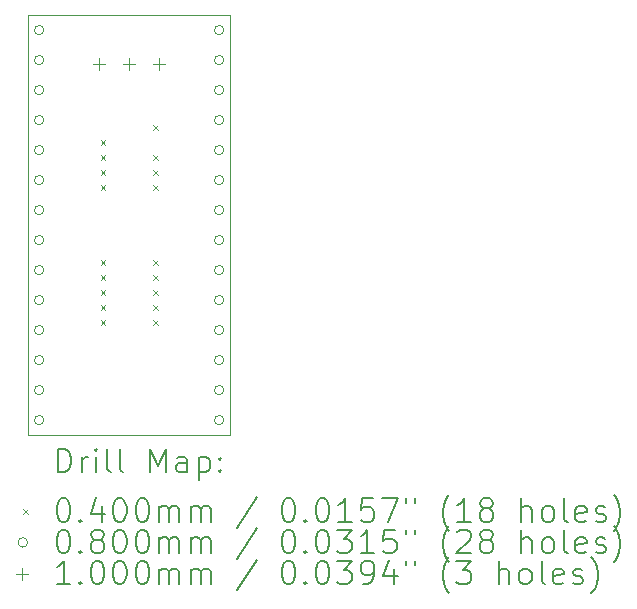
<source format=gbr>
%TF.GenerationSoftware,KiCad,Pcbnew,(6.0.11)*%
%TF.CreationDate,2024-01-03T21:36:32+00:00*%
%TF.ProjectId,BBCB-SWRAM-32,42424342-2d53-4575-9241-4d2d33322e6b,rev?*%
%TF.SameCoordinates,Original*%
%TF.FileFunction,Drillmap*%
%TF.FilePolarity,Positive*%
%FSLAX45Y45*%
G04 Gerber Fmt 4.5, Leading zero omitted, Abs format (unit mm)*
G04 Created by KiCad (PCBNEW (6.0.11)) date 2024-01-03 21:36:32*
%MOMM*%
%LPD*%
G01*
G04 APERTURE LIST*
%ADD10C,0.100000*%
%ADD11C,0.200000*%
%ADD12C,0.040000*%
%ADD13C,0.080000*%
G04 APERTURE END LIST*
D10*
X15158500Y-9156000D02*
X16868500Y-9156000D01*
X16868500Y-9156000D02*
X16868500Y-5599000D01*
X16868500Y-5599000D02*
X15158500Y-5599000D01*
X15158500Y-5599000D02*
X15158500Y-9156000D01*
D11*
D12*
X15772000Y-6659100D02*
X15812000Y-6699100D01*
X15812000Y-6659100D02*
X15772000Y-6699100D01*
X15772000Y-6786100D02*
X15812000Y-6826100D01*
X15812000Y-6786100D02*
X15772000Y-6826100D01*
X15772000Y-6913100D02*
X15812000Y-6953100D01*
X15812000Y-6913100D02*
X15772000Y-6953100D01*
X15772000Y-7040100D02*
X15812000Y-7080100D01*
X15812000Y-7040100D02*
X15772000Y-7080100D01*
X15772000Y-7675100D02*
X15812000Y-7715100D01*
X15812000Y-7675100D02*
X15772000Y-7715100D01*
X15772000Y-7802100D02*
X15812000Y-7842100D01*
X15812000Y-7802100D02*
X15772000Y-7842100D01*
X15772000Y-7929100D02*
X15812000Y-7969100D01*
X15812000Y-7929100D02*
X15772000Y-7969100D01*
X15772000Y-8056100D02*
X15812000Y-8096100D01*
X15812000Y-8056100D02*
X15772000Y-8096100D01*
X15772000Y-8183100D02*
X15812000Y-8223100D01*
X15812000Y-8183100D02*
X15772000Y-8223100D01*
X16216000Y-6532100D02*
X16256000Y-6572100D01*
X16256000Y-6532100D02*
X16216000Y-6572100D01*
X16216000Y-6786100D02*
X16256000Y-6826100D01*
X16256000Y-6786100D02*
X16216000Y-6826100D01*
X16216000Y-6913100D02*
X16256000Y-6953100D01*
X16256000Y-6913100D02*
X16216000Y-6953100D01*
X16216000Y-7040100D02*
X16256000Y-7080100D01*
X16256000Y-7040100D02*
X16216000Y-7080100D01*
X16216000Y-7675100D02*
X16256000Y-7715100D01*
X16256000Y-7675100D02*
X16216000Y-7715100D01*
X16216000Y-7802100D02*
X16256000Y-7842100D01*
X16256000Y-7802100D02*
X16216000Y-7842100D01*
X16216000Y-7929100D02*
X16256000Y-7969100D01*
X16256000Y-7929100D02*
X16216000Y-7969100D01*
X16216000Y-8056100D02*
X16256000Y-8096100D01*
X16256000Y-8056100D02*
X16216000Y-8096100D01*
X16216000Y-8183100D02*
X16256000Y-8223100D01*
X16256000Y-8183100D02*
X16216000Y-8223100D01*
D13*
X15291000Y-5727600D02*
G75*
G03*
X15291000Y-5727600I-40000J0D01*
G01*
X15291000Y-5981600D02*
G75*
G03*
X15291000Y-5981600I-40000J0D01*
G01*
X15291000Y-6235600D02*
G75*
G03*
X15291000Y-6235600I-40000J0D01*
G01*
X15291000Y-6489600D02*
G75*
G03*
X15291000Y-6489600I-40000J0D01*
G01*
X15291000Y-6743600D02*
G75*
G03*
X15291000Y-6743600I-40000J0D01*
G01*
X15291000Y-6997600D02*
G75*
G03*
X15291000Y-6997600I-40000J0D01*
G01*
X15291000Y-7251600D02*
G75*
G03*
X15291000Y-7251600I-40000J0D01*
G01*
X15291000Y-7505600D02*
G75*
G03*
X15291000Y-7505600I-40000J0D01*
G01*
X15291000Y-7759600D02*
G75*
G03*
X15291000Y-7759600I-40000J0D01*
G01*
X15291000Y-8013600D02*
G75*
G03*
X15291000Y-8013600I-40000J0D01*
G01*
X15291000Y-8267600D02*
G75*
G03*
X15291000Y-8267600I-40000J0D01*
G01*
X15291000Y-8521600D02*
G75*
G03*
X15291000Y-8521600I-40000J0D01*
G01*
X15291000Y-8775600D02*
G75*
G03*
X15291000Y-8775600I-40000J0D01*
G01*
X15291000Y-9029600D02*
G75*
G03*
X15291000Y-9029600I-40000J0D01*
G01*
X16815000Y-5727600D02*
G75*
G03*
X16815000Y-5727600I-40000J0D01*
G01*
X16815000Y-5981600D02*
G75*
G03*
X16815000Y-5981600I-40000J0D01*
G01*
X16815000Y-6235600D02*
G75*
G03*
X16815000Y-6235600I-40000J0D01*
G01*
X16815000Y-6489600D02*
G75*
G03*
X16815000Y-6489600I-40000J0D01*
G01*
X16815000Y-6743600D02*
G75*
G03*
X16815000Y-6743600I-40000J0D01*
G01*
X16815000Y-6997600D02*
G75*
G03*
X16815000Y-6997600I-40000J0D01*
G01*
X16815000Y-7251600D02*
G75*
G03*
X16815000Y-7251600I-40000J0D01*
G01*
X16815000Y-7505600D02*
G75*
G03*
X16815000Y-7505600I-40000J0D01*
G01*
X16815000Y-7759600D02*
G75*
G03*
X16815000Y-7759600I-40000J0D01*
G01*
X16815000Y-8013600D02*
G75*
G03*
X16815000Y-8013600I-40000J0D01*
G01*
X16815000Y-8267600D02*
G75*
G03*
X16815000Y-8267600I-40000J0D01*
G01*
X16815000Y-8521600D02*
G75*
G03*
X16815000Y-8521600I-40000J0D01*
G01*
X16815000Y-8775600D02*
G75*
G03*
X16815000Y-8775600I-40000J0D01*
G01*
X16815000Y-9029600D02*
G75*
G03*
X16815000Y-9029600I-40000J0D01*
G01*
D10*
X15761000Y-5961500D02*
X15761000Y-6061500D01*
X15711000Y-6011500D02*
X15811000Y-6011500D01*
X16015000Y-5961500D02*
X16015000Y-6061500D01*
X15965000Y-6011500D02*
X16065000Y-6011500D01*
X16269000Y-5961500D02*
X16269000Y-6061500D01*
X16219000Y-6011500D02*
X16319000Y-6011500D01*
D11*
X15411119Y-9471476D02*
X15411119Y-9271476D01*
X15458738Y-9271476D01*
X15487309Y-9281000D01*
X15506357Y-9300048D01*
X15515881Y-9319095D01*
X15525405Y-9357190D01*
X15525405Y-9385762D01*
X15515881Y-9423857D01*
X15506357Y-9442905D01*
X15487309Y-9461952D01*
X15458738Y-9471476D01*
X15411119Y-9471476D01*
X15611119Y-9471476D02*
X15611119Y-9338143D01*
X15611119Y-9376238D02*
X15620643Y-9357190D01*
X15630167Y-9347667D01*
X15649214Y-9338143D01*
X15668262Y-9338143D01*
X15734928Y-9471476D02*
X15734928Y-9338143D01*
X15734928Y-9271476D02*
X15725405Y-9281000D01*
X15734928Y-9290524D01*
X15744452Y-9281000D01*
X15734928Y-9271476D01*
X15734928Y-9290524D01*
X15858738Y-9471476D02*
X15839690Y-9461952D01*
X15830167Y-9442905D01*
X15830167Y-9271476D01*
X15963500Y-9471476D02*
X15944452Y-9461952D01*
X15934928Y-9442905D01*
X15934928Y-9271476D01*
X16192071Y-9471476D02*
X16192071Y-9271476D01*
X16258738Y-9414333D01*
X16325405Y-9271476D01*
X16325405Y-9471476D01*
X16506357Y-9471476D02*
X16506357Y-9366714D01*
X16496833Y-9347667D01*
X16477786Y-9338143D01*
X16439690Y-9338143D01*
X16420643Y-9347667D01*
X16506357Y-9461952D02*
X16487309Y-9471476D01*
X16439690Y-9471476D01*
X16420643Y-9461952D01*
X16411119Y-9442905D01*
X16411119Y-9423857D01*
X16420643Y-9404810D01*
X16439690Y-9395286D01*
X16487309Y-9395286D01*
X16506357Y-9385762D01*
X16601595Y-9338143D02*
X16601595Y-9538143D01*
X16601595Y-9347667D02*
X16620643Y-9338143D01*
X16658738Y-9338143D01*
X16677786Y-9347667D01*
X16687309Y-9357190D01*
X16696833Y-9376238D01*
X16696833Y-9433381D01*
X16687309Y-9452429D01*
X16677786Y-9461952D01*
X16658738Y-9471476D01*
X16620643Y-9471476D01*
X16601595Y-9461952D01*
X16782548Y-9452429D02*
X16792071Y-9461952D01*
X16782548Y-9471476D01*
X16773024Y-9461952D01*
X16782548Y-9452429D01*
X16782548Y-9471476D01*
X16782548Y-9347667D02*
X16792071Y-9357190D01*
X16782548Y-9366714D01*
X16773024Y-9357190D01*
X16782548Y-9347667D01*
X16782548Y-9366714D01*
D12*
X15113500Y-9781000D02*
X15153500Y-9821000D01*
X15153500Y-9781000D02*
X15113500Y-9821000D01*
D11*
X15449214Y-9691476D02*
X15468262Y-9691476D01*
X15487309Y-9701000D01*
X15496833Y-9710524D01*
X15506357Y-9729571D01*
X15515881Y-9767667D01*
X15515881Y-9815286D01*
X15506357Y-9853381D01*
X15496833Y-9872429D01*
X15487309Y-9881952D01*
X15468262Y-9891476D01*
X15449214Y-9891476D01*
X15430167Y-9881952D01*
X15420643Y-9872429D01*
X15411119Y-9853381D01*
X15401595Y-9815286D01*
X15401595Y-9767667D01*
X15411119Y-9729571D01*
X15420643Y-9710524D01*
X15430167Y-9701000D01*
X15449214Y-9691476D01*
X15601595Y-9872429D02*
X15611119Y-9881952D01*
X15601595Y-9891476D01*
X15592071Y-9881952D01*
X15601595Y-9872429D01*
X15601595Y-9891476D01*
X15782548Y-9758143D02*
X15782548Y-9891476D01*
X15734928Y-9681952D02*
X15687309Y-9824810D01*
X15811119Y-9824810D01*
X15925405Y-9691476D02*
X15944452Y-9691476D01*
X15963500Y-9701000D01*
X15973024Y-9710524D01*
X15982548Y-9729571D01*
X15992071Y-9767667D01*
X15992071Y-9815286D01*
X15982548Y-9853381D01*
X15973024Y-9872429D01*
X15963500Y-9881952D01*
X15944452Y-9891476D01*
X15925405Y-9891476D01*
X15906357Y-9881952D01*
X15896833Y-9872429D01*
X15887309Y-9853381D01*
X15877786Y-9815286D01*
X15877786Y-9767667D01*
X15887309Y-9729571D01*
X15896833Y-9710524D01*
X15906357Y-9701000D01*
X15925405Y-9691476D01*
X16115881Y-9691476D02*
X16134928Y-9691476D01*
X16153976Y-9701000D01*
X16163500Y-9710524D01*
X16173024Y-9729571D01*
X16182548Y-9767667D01*
X16182548Y-9815286D01*
X16173024Y-9853381D01*
X16163500Y-9872429D01*
X16153976Y-9881952D01*
X16134928Y-9891476D01*
X16115881Y-9891476D01*
X16096833Y-9881952D01*
X16087309Y-9872429D01*
X16077786Y-9853381D01*
X16068262Y-9815286D01*
X16068262Y-9767667D01*
X16077786Y-9729571D01*
X16087309Y-9710524D01*
X16096833Y-9701000D01*
X16115881Y-9691476D01*
X16268262Y-9891476D02*
X16268262Y-9758143D01*
X16268262Y-9777190D02*
X16277786Y-9767667D01*
X16296833Y-9758143D01*
X16325405Y-9758143D01*
X16344452Y-9767667D01*
X16353976Y-9786714D01*
X16353976Y-9891476D01*
X16353976Y-9786714D02*
X16363500Y-9767667D01*
X16382548Y-9758143D01*
X16411119Y-9758143D01*
X16430167Y-9767667D01*
X16439690Y-9786714D01*
X16439690Y-9891476D01*
X16534928Y-9891476D02*
X16534928Y-9758143D01*
X16534928Y-9777190D02*
X16544452Y-9767667D01*
X16563500Y-9758143D01*
X16592071Y-9758143D01*
X16611119Y-9767667D01*
X16620643Y-9786714D01*
X16620643Y-9891476D01*
X16620643Y-9786714D02*
X16630167Y-9767667D01*
X16649214Y-9758143D01*
X16677786Y-9758143D01*
X16696833Y-9767667D01*
X16706357Y-9786714D01*
X16706357Y-9891476D01*
X17096833Y-9681952D02*
X16925405Y-9939095D01*
X17353976Y-9691476D02*
X17373024Y-9691476D01*
X17392071Y-9701000D01*
X17401595Y-9710524D01*
X17411119Y-9729571D01*
X17420643Y-9767667D01*
X17420643Y-9815286D01*
X17411119Y-9853381D01*
X17401595Y-9872429D01*
X17392071Y-9881952D01*
X17373024Y-9891476D01*
X17353976Y-9891476D01*
X17334929Y-9881952D01*
X17325405Y-9872429D01*
X17315881Y-9853381D01*
X17306357Y-9815286D01*
X17306357Y-9767667D01*
X17315881Y-9729571D01*
X17325405Y-9710524D01*
X17334929Y-9701000D01*
X17353976Y-9691476D01*
X17506357Y-9872429D02*
X17515881Y-9881952D01*
X17506357Y-9891476D01*
X17496833Y-9881952D01*
X17506357Y-9872429D01*
X17506357Y-9891476D01*
X17639690Y-9691476D02*
X17658738Y-9691476D01*
X17677786Y-9701000D01*
X17687310Y-9710524D01*
X17696833Y-9729571D01*
X17706357Y-9767667D01*
X17706357Y-9815286D01*
X17696833Y-9853381D01*
X17687310Y-9872429D01*
X17677786Y-9881952D01*
X17658738Y-9891476D01*
X17639690Y-9891476D01*
X17620643Y-9881952D01*
X17611119Y-9872429D01*
X17601595Y-9853381D01*
X17592071Y-9815286D01*
X17592071Y-9767667D01*
X17601595Y-9729571D01*
X17611119Y-9710524D01*
X17620643Y-9701000D01*
X17639690Y-9691476D01*
X17896833Y-9891476D02*
X17782548Y-9891476D01*
X17839690Y-9891476D02*
X17839690Y-9691476D01*
X17820643Y-9720048D01*
X17801595Y-9739095D01*
X17782548Y-9748619D01*
X18077786Y-9691476D02*
X17982548Y-9691476D01*
X17973024Y-9786714D01*
X17982548Y-9777190D01*
X18001595Y-9767667D01*
X18049214Y-9767667D01*
X18068262Y-9777190D01*
X18077786Y-9786714D01*
X18087310Y-9805762D01*
X18087310Y-9853381D01*
X18077786Y-9872429D01*
X18068262Y-9881952D01*
X18049214Y-9891476D01*
X18001595Y-9891476D01*
X17982548Y-9881952D01*
X17973024Y-9872429D01*
X18153976Y-9691476D02*
X18287310Y-9691476D01*
X18201595Y-9891476D01*
X18353976Y-9691476D02*
X18353976Y-9729571D01*
X18430167Y-9691476D02*
X18430167Y-9729571D01*
X18725405Y-9967667D02*
X18715881Y-9958143D01*
X18696833Y-9929571D01*
X18687310Y-9910524D01*
X18677786Y-9881952D01*
X18668262Y-9834333D01*
X18668262Y-9796238D01*
X18677786Y-9748619D01*
X18687310Y-9720048D01*
X18696833Y-9701000D01*
X18715881Y-9672429D01*
X18725405Y-9662905D01*
X18906357Y-9891476D02*
X18792071Y-9891476D01*
X18849214Y-9891476D02*
X18849214Y-9691476D01*
X18830167Y-9720048D01*
X18811119Y-9739095D01*
X18792071Y-9748619D01*
X19020643Y-9777190D02*
X19001595Y-9767667D01*
X18992071Y-9758143D01*
X18982548Y-9739095D01*
X18982548Y-9729571D01*
X18992071Y-9710524D01*
X19001595Y-9701000D01*
X19020643Y-9691476D01*
X19058738Y-9691476D01*
X19077786Y-9701000D01*
X19087310Y-9710524D01*
X19096833Y-9729571D01*
X19096833Y-9739095D01*
X19087310Y-9758143D01*
X19077786Y-9767667D01*
X19058738Y-9777190D01*
X19020643Y-9777190D01*
X19001595Y-9786714D01*
X18992071Y-9796238D01*
X18982548Y-9815286D01*
X18982548Y-9853381D01*
X18992071Y-9872429D01*
X19001595Y-9881952D01*
X19020643Y-9891476D01*
X19058738Y-9891476D01*
X19077786Y-9881952D01*
X19087310Y-9872429D01*
X19096833Y-9853381D01*
X19096833Y-9815286D01*
X19087310Y-9796238D01*
X19077786Y-9786714D01*
X19058738Y-9777190D01*
X19334929Y-9891476D02*
X19334929Y-9691476D01*
X19420643Y-9891476D02*
X19420643Y-9786714D01*
X19411119Y-9767667D01*
X19392071Y-9758143D01*
X19363500Y-9758143D01*
X19344452Y-9767667D01*
X19334929Y-9777190D01*
X19544452Y-9891476D02*
X19525405Y-9881952D01*
X19515881Y-9872429D01*
X19506357Y-9853381D01*
X19506357Y-9796238D01*
X19515881Y-9777190D01*
X19525405Y-9767667D01*
X19544452Y-9758143D01*
X19573024Y-9758143D01*
X19592071Y-9767667D01*
X19601595Y-9777190D01*
X19611119Y-9796238D01*
X19611119Y-9853381D01*
X19601595Y-9872429D01*
X19592071Y-9881952D01*
X19573024Y-9891476D01*
X19544452Y-9891476D01*
X19725405Y-9891476D02*
X19706357Y-9881952D01*
X19696833Y-9862905D01*
X19696833Y-9691476D01*
X19877786Y-9881952D02*
X19858738Y-9891476D01*
X19820643Y-9891476D01*
X19801595Y-9881952D01*
X19792071Y-9862905D01*
X19792071Y-9786714D01*
X19801595Y-9767667D01*
X19820643Y-9758143D01*
X19858738Y-9758143D01*
X19877786Y-9767667D01*
X19887310Y-9786714D01*
X19887310Y-9805762D01*
X19792071Y-9824810D01*
X19963500Y-9881952D02*
X19982548Y-9891476D01*
X20020643Y-9891476D01*
X20039690Y-9881952D01*
X20049214Y-9862905D01*
X20049214Y-9853381D01*
X20039690Y-9834333D01*
X20020643Y-9824810D01*
X19992071Y-9824810D01*
X19973024Y-9815286D01*
X19963500Y-9796238D01*
X19963500Y-9786714D01*
X19973024Y-9767667D01*
X19992071Y-9758143D01*
X20020643Y-9758143D01*
X20039690Y-9767667D01*
X20115881Y-9967667D02*
X20125405Y-9958143D01*
X20144452Y-9929571D01*
X20153976Y-9910524D01*
X20163500Y-9881952D01*
X20173024Y-9834333D01*
X20173024Y-9796238D01*
X20163500Y-9748619D01*
X20153976Y-9720048D01*
X20144452Y-9701000D01*
X20125405Y-9672429D01*
X20115881Y-9662905D01*
D13*
X15153500Y-10065000D02*
G75*
G03*
X15153500Y-10065000I-40000J0D01*
G01*
D11*
X15449214Y-9955476D02*
X15468262Y-9955476D01*
X15487309Y-9965000D01*
X15496833Y-9974524D01*
X15506357Y-9993571D01*
X15515881Y-10031667D01*
X15515881Y-10079286D01*
X15506357Y-10117381D01*
X15496833Y-10136429D01*
X15487309Y-10145952D01*
X15468262Y-10155476D01*
X15449214Y-10155476D01*
X15430167Y-10145952D01*
X15420643Y-10136429D01*
X15411119Y-10117381D01*
X15401595Y-10079286D01*
X15401595Y-10031667D01*
X15411119Y-9993571D01*
X15420643Y-9974524D01*
X15430167Y-9965000D01*
X15449214Y-9955476D01*
X15601595Y-10136429D02*
X15611119Y-10145952D01*
X15601595Y-10155476D01*
X15592071Y-10145952D01*
X15601595Y-10136429D01*
X15601595Y-10155476D01*
X15725405Y-10041190D02*
X15706357Y-10031667D01*
X15696833Y-10022143D01*
X15687309Y-10003095D01*
X15687309Y-9993571D01*
X15696833Y-9974524D01*
X15706357Y-9965000D01*
X15725405Y-9955476D01*
X15763500Y-9955476D01*
X15782548Y-9965000D01*
X15792071Y-9974524D01*
X15801595Y-9993571D01*
X15801595Y-10003095D01*
X15792071Y-10022143D01*
X15782548Y-10031667D01*
X15763500Y-10041190D01*
X15725405Y-10041190D01*
X15706357Y-10050714D01*
X15696833Y-10060238D01*
X15687309Y-10079286D01*
X15687309Y-10117381D01*
X15696833Y-10136429D01*
X15706357Y-10145952D01*
X15725405Y-10155476D01*
X15763500Y-10155476D01*
X15782548Y-10145952D01*
X15792071Y-10136429D01*
X15801595Y-10117381D01*
X15801595Y-10079286D01*
X15792071Y-10060238D01*
X15782548Y-10050714D01*
X15763500Y-10041190D01*
X15925405Y-9955476D02*
X15944452Y-9955476D01*
X15963500Y-9965000D01*
X15973024Y-9974524D01*
X15982548Y-9993571D01*
X15992071Y-10031667D01*
X15992071Y-10079286D01*
X15982548Y-10117381D01*
X15973024Y-10136429D01*
X15963500Y-10145952D01*
X15944452Y-10155476D01*
X15925405Y-10155476D01*
X15906357Y-10145952D01*
X15896833Y-10136429D01*
X15887309Y-10117381D01*
X15877786Y-10079286D01*
X15877786Y-10031667D01*
X15887309Y-9993571D01*
X15896833Y-9974524D01*
X15906357Y-9965000D01*
X15925405Y-9955476D01*
X16115881Y-9955476D02*
X16134928Y-9955476D01*
X16153976Y-9965000D01*
X16163500Y-9974524D01*
X16173024Y-9993571D01*
X16182548Y-10031667D01*
X16182548Y-10079286D01*
X16173024Y-10117381D01*
X16163500Y-10136429D01*
X16153976Y-10145952D01*
X16134928Y-10155476D01*
X16115881Y-10155476D01*
X16096833Y-10145952D01*
X16087309Y-10136429D01*
X16077786Y-10117381D01*
X16068262Y-10079286D01*
X16068262Y-10031667D01*
X16077786Y-9993571D01*
X16087309Y-9974524D01*
X16096833Y-9965000D01*
X16115881Y-9955476D01*
X16268262Y-10155476D02*
X16268262Y-10022143D01*
X16268262Y-10041190D02*
X16277786Y-10031667D01*
X16296833Y-10022143D01*
X16325405Y-10022143D01*
X16344452Y-10031667D01*
X16353976Y-10050714D01*
X16353976Y-10155476D01*
X16353976Y-10050714D02*
X16363500Y-10031667D01*
X16382548Y-10022143D01*
X16411119Y-10022143D01*
X16430167Y-10031667D01*
X16439690Y-10050714D01*
X16439690Y-10155476D01*
X16534928Y-10155476D02*
X16534928Y-10022143D01*
X16534928Y-10041190D02*
X16544452Y-10031667D01*
X16563500Y-10022143D01*
X16592071Y-10022143D01*
X16611119Y-10031667D01*
X16620643Y-10050714D01*
X16620643Y-10155476D01*
X16620643Y-10050714D02*
X16630167Y-10031667D01*
X16649214Y-10022143D01*
X16677786Y-10022143D01*
X16696833Y-10031667D01*
X16706357Y-10050714D01*
X16706357Y-10155476D01*
X17096833Y-9945952D02*
X16925405Y-10203095D01*
X17353976Y-9955476D02*
X17373024Y-9955476D01*
X17392071Y-9965000D01*
X17401595Y-9974524D01*
X17411119Y-9993571D01*
X17420643Y-10031667D01*
X17420643Y-10079286D01*
X17411119Y-10117381D01*
X17401595Y-10136429D01*
X17392071Y-10145952D01*
X17373024Y-10155476D01*
X17353976Y-10155476D01*
X17334929Y-10145952D01*
X17325405Y-10136429D01*
X17315881Y-10117381D01*
X17306357Y-10079286D01*
X17306357Y-10031667D01*
X17315881Y-9993571D01*
X17325405Y-9974524D01*
X17334929Y-9965000D01*
X17353976Y-9955476D01*
X17506357Y-10136429D02*
X17515881Y-10145952D01*
X17506357Y-10155476D01*
X17496833Y-10145952D01*
X17506357Y-10136429D01*
X17506357Y-10155476D01*
X17639690Y-9955476D02*
X17658738Y-9955476D01*
X17677786Y-9965000D01*
X17687310Y-9974524D01*
X17696833Y-9993571D01*
X17706357Y-10031667D01*
X17706357Y-10079286D01*
X17696833Y-10117381D01*
X17687310Y-10136429D01*
X17677786Y-10145952D01*
X17658738Y-10155476D01*
X17639690Y-10155476D01*
X17620643Y-10145952D01*
X17611119Y-10136429D01*
X17601595Y-10117381D01*
X17592071Y-10079286D01*
X17592071Y-10031667D01*
X17601595Y-9993571D01*
X17611119Y-9974524D01*
X17620643Y-9965000D01*
X17639690Y-9955476D01*
X17773024Y-9955476D02*
X17896833Y-9955476D01*
X17830167Y-10031667D01*
X17858738Y-10031667D01*
X17877786Y-10041190D01*
X17887310Y-10050714D01*
X17896833Y-10069762D01*
X17896833Y-10117381D01*
X17887310Y-10136429D01*
X17877786Y-10145952D01*
X17858738Y-10155476D01*
X17801595Y-10155476D01*
X17782548Y-10145952D01*
X17773024Y-10136429D01*
X18087310Y-10155476D02*
X17973024Y-10155476D01*
X18030167Y-10155476D02*
X18030167Y-9955476D01*
X18011119Y-9984048D01*
X17992071Y-10003095D01*
X17973024Y-10012619D01*
X18268262Y-9955476D02*
X18173024Y-9955476D01*
X18163500Y-10050714D01*
X18173024Y-10041190D01*
X18192071Y-10031667D01*
X18239690Y-10031667D01*
X18258738Y-10041190D01*
X18268262Y-10050714D01*
X18277786Y-10069762D01*
X18277786Y-10117381D01*
X18268262Y-10136429D01*
X18258738Y-10145952D01*
X18239690Y-10155476D01*
X18192071Y-10155476D01*
X18173024Y-10145952D01*
X18163500Y-10136429D01*
X18353976Y-9955476D02*
X18353976Y-9993571D01*
X18430167Y-9955476D02*
X18430167Y-9993571D01*
X18725405Y-10231667D02*
X18715881Y-10222143D01*
X18696833Y-10193571D01*
X18687310Y-10174524D01*
X18677786Y-10145952D01*
X18668262Y-10098333D01*
X18668262Y-10060238D01*
X18677786Y-10012619D01*
X18687310Y-9984048D01*
X18696833Y-9965000D01*
X18715881Y-9936429D01*
X18725405Y-9926905D01*
X18792071Y-9974524D02*
X18801595Y-9965000D01*
X18820643Y-9955476D01*
X18868262Y-9955476D01*
X18887310Y-9965000D01*
X18896833Y-9974524D01*
X18906357Y-9993571D01*
X18906357Y-10012619D01*
X18896833Y-10041190D01*
X18782548Y-10155476D01*
X18906357Y-10155476D01*
X19020643Y-10041190D02*
X19001595Y-10031667D01*
X18992071Y-10022143D01*
X18982548Y-10003095D01*
X18982548Y-9993571D01*
X18992071Y-9974524D01*
X19001595Y-9965000D01*
X19020643Y-9955476D01*
X19058738Y-9955476D01*
X19077786Y-9965000D01*
X19087310Y-9974524D01*
X19096833Y-9993571D01*
X19096833Y-10003095D01*
X19087310Y-10022143D01*
X19077786Y-10031667D01*
X19058738Y-10041190D01*
X19020643Y-10041190D01*
X19001595Y-10050714D01*
X18992071Y-10060238D01*
X18982548Y-10079286D01*
X18982548Y-10117381D01*
X18992071Y-10136429D01*
X19001595Y-10145952D01*
X19020643Y-10155476D01*
X19058738Y-10155476D01*
X19077786Y-10145952D01*
X19087310Y-10136429D01*
X19096833Y-10117381D01*
X19096833Y-10079286D01*
X19087310Y-10060238D01*
X19077786Y-10050714D01*
X19058738Y-10041190D01*
X19334929Y-10155476D02*
X19334929Y-9955476D01*
X19420643Y-10155476D02*
X19420643Y-10050714D01*
X19411119Y-10031667D01*
X19392071Y-10022143D01*
X19363500Y-10022143D01*
X19344452Y-10031667D01*
X19334929Y-10041190D01*
X19544452Y-10155476D02*
X19525405Y-10145952D01*
X19515881Y-10136429D01*
X19506357Y-10117381D01*
X19506357Y-10060238D01*
X19515881Y-10041190D01*
X19525405Y-10031667D01*
X19544452Y-10022143D01*
X19573024Y-10022143D01*
X19592071Y-10031667D01*
X19601595Y-10041190D01*
X19611119Y-10060238D01*
X19611119Y-10117381D01*
X19601595Y-10136429D01*
X19592071Y-10145952D01*
X19573024Y-10155476D01*
X19544452Y-10155476D01*
X19725405Y-10155476D02*
X19706357Y-10145952D01*
X19696833Y-10126905D01*
X19696833Y-9955476D01*
X19877786Y-10145952D02*
X19858738Y-10155476D01*
X19820643Y-10155476D01*
X19801595Y-10145952D01*
X19792071Y-10126905D01*
X19792071Y-10050714D01*
X19801595Y-10031667D01*
X19820643Y-10022143D01*
X19858738Y-10022143D01*
X19877786Y-10031667D01*
X19887310Y-10050714D01*
X19887310Y-10069762D01*
X19792071Y-10088810D01*
X19963500Y-10145952D02*
X19982548Y-10155476D01*
X20020643Y-10155476D01*
X20039690Y-10145952D01*
X20049214Y-10126905D01*
X20049214Y-10117381D01*
X20039690Y-10098333D01*
X20020643Y-10088810D01*
X19992071Y-10088810D01*
X19973024Y-10079286D01*
X19963500Y-10060238D01*
X19963500Y-10050714D01*
X19973024Y-10031667D01*
X19992071Y-10022143D01*
X20020643Y-10022143D01*
X20039690Y-10031667D01*
X20115881Y-10231667D02*
X20125405Y-10222143D01*
X20144452Y-10193571D01*
X20153976Y-10174524D01*
X20163500Y-10145952D01*
X20173024Y-10098333D01*
X20173024Y-10060238D01*
X20163500Y-10012619D01*
X20153976Y-9984048D01*
X20144452Y-9965000D01*
X20125405Y-9936429D01*
X20115881Y-9926905D01*
D10*
X15103500Y-10279000D02*
X15103500Y-10379000D01*
X15053500Y-10329000D02*
X15153500Y-10329000D01*
D11*
X15515881Y-10419476D02*
X15401595Y-10419476D01*
X15458738Y-10419476D02*
X15458738Y-10219476D01*
X15439690Y-10248048D01*
X15420643Y-10267095D01*
X15401595Y-10276619D01*
X15601595Y-10400429D02*
X15611119Y-10409952D01*
X15601595Y-10419476D01*
X15592071Y-10409952D01*
X15601595Y-10400429D01*
X15601595Y-10419476D01*
X15734928Y-10219476D02*
X15753976Y-10219476D01*
X15773024Y-10229000D01*
X15782548Y-10238524D01*
X15792071Y-10257571D01*
X15801595Y-10295667D01*
X15801595Y-10343286D01*
X15792071Y-10381381D01*
X15782548Y-10400429D01*
X15773024Y-10409952D01*
X15753976Y-10419476D01*
X15734928Y-10419476D01*
X15715881Y-10409952D01*
X15706357Y-10400429D01*
X15696833Y-10381381D01*
X15687309Y-10343286D01*
X15687309Y-10295667D01*
X15696833Y-10257571D01*
X15706357Y-10238524D01*
X15715881Y-10229000D01*
X15734928Y-10219476D01*
X15925405Y-10219476D02*
X15944452Y-10219476D01*
X15963500Y-10229000D01*
X15973024Y-10238524D01*
X15982548Y-10257571D01*
X15992071Y-10295667D01*
X15992071Y-10343286D01*
X15982548Y-10381381D01*
X15973024Y-10400429D01*
X15963500Y-10409952D01*
X15944452Y-10419476D01*
X15925405Y-10419476D01*
X15906357Y-10409952D01*
X15896833Y-10400429D01*
X15887309Y-10381381D01*
X15877786Y-10343286D01*
X15877786Y-10295667D01*
X15887309Y-10257571D01*
X15896833Y-10238524D01*
X15906357Y-10229000D01*
X15925405Y-10219476D01*
X16115881Y-10219476D02*
X16134928Y-10219476D01*
X16153976Y-10229000D01*
X16163500Y-10238524D01*
X16173024Y-10257571D01*
X16182548Y-10295667D01*
X16182548Y-10343286D01*
X16173024Y-10381381D01*
X16163500Y-10400429D01*
X16153976Y-10409952D01*
X16134928Y-10419476D01*
X16115881Y-10419476D01*
X16096833Y-10409952D01*
X16087309Y-10400429D01*
X16077786Y-10381381D01*
X16068262Y-10343286D01*
X16068262Y-10295667D01*
X16077786Y-10257571D01*
X16087309Y-10238524D01*
X16096833Y-10229000D01*
X16115881Y-10219476D01*
X16268262Y-10419476D02*
X16268262Y-10286143D01*
X16268262Y-10305190D02*
X16277786Y-10295667D01*
X16296833Y-10286143D01*
X16325405Y-10286143D01*
X16344452Y-10295667D01*
X16353976Y-10314714D01*
X16353976Y-10419476D01*
X16353976Y-10314714D02*
X16363500Y-10295667D01*
X16382548Y-10286143D01*
X16411119Y-10286143D01*
X16430167Y-10295667D01*
X16439690Y-10314714D01*
X16439690Y-10419476D01*
X16534928Y-10419476D02*
X16534928Y-10286143D01*
X16534928Y-10305190D02*
X16544452Y-10295667D01*
X16563500Y-10286143D01*
X16592071Y-10286143D01*
X16611119Y-10295667D01*
X16620643Y-10314714D01*
X16620643Y-10419476D01*
X16620643Y-10314714D02*
X16630167Y-10295667D01*
X16649214Y-10286143D01*
X16677786Y-10286143D01*
X16696833Y-10295667D01*
X16706357Y-10314714D01*
X16706357Y-10419476D01*
X17096833Y-10209952D02*
X16925405Y-10467095D01*
X17353976Y-10219476D02*
X17373024Y-10219476D01*
X17392071Y-10229000D01*
X17401595Y-10238524D01*
X17411119Y-10257571D01*
X17420643Y-10295667D01*
X17420643Y-10343286D01*
X17411119Y-10381381D01*
X17401595Y-10400429D01*
X17392071Y-10409952D01*
X17373024Y-10419476D01*
X17353976Y-10419476D01*
X17334929Y-10409952D01*
X17325405Y-10400429D01*
X17315881Y-10381381D01*
X17306357Y-10343286D01*
X17306357Y-10295667D01*
X17315881Y-10257571D01*
X17325405Y-10238524D01*
X17334929Y-10229000D01*
X17353976Y-10219476D01*
X17506357Y-10400429D02*
X17515881Y-10409952D01*
X17506357Y-10419476D01*
X17496833Y-10409952D01*
X17506357Y-10400429D01*
X17506357Y-10419476D01*
X17639690Y-10219476D02*
X17658738Y-10219476D01*
X17677786Y-10229000D01*
X17687310Y-10238524D01*
X17696833Y-10257571D01*
X17706357Y-10295667D01*
X17706357Y-10343286D01*
X17696833Y-10381381D01*
X17687310Y-10400429D01*
X17677786Y-10409952D01*
X17658738Y-10419476D01*
X17639690Y-10419476D01*
X17620643Y-10409952D01*
X17611119Y-10400429D01*
X17601595Y-10381381D01*
X17592071Y-10343286D01*
X17592071Y-10295667D01*
X17601595Y-10257571D01*
X17611119Y-10238524D01*
X17620643Y-10229000D01*
X17639690Y-10219476D01*
X17773024Y-10219476D02*
X17896833Y-10219476D01*
X17830167Y-10295667D01*
X17858738Y-10295667D01*
X17877786Y-10305190D01*
X17887310Y-10314714D01*
X17896833Y-10333762D01*
X17896833Y-10381381D01*
X17887310Y-10400429D01*
X17877786Y-10409952D01*
X17858738Y-10419476D01*
X17801595Y-10419476D01*
X17782548Y-10409952D01*
X17773024Y-10400429D01*
X17992071Y-10419476D02*
X18030167Y-10419476D01*
X18049214Y-10409952D01*
X18058738Y-10400429D01*
X18077786Y-10371857D01*
X18087310Y-10333762D01*
X18087310Y-10257571D01*
X18077786Y-10238524D01*
X18068262Y-10229000D01*
X18049214Y-10219476D01*
X18011119Y-10219476D01*
X17992071Y-10229000D01*
X17982548Y-10238524D01*
X17973024Y-10257571D01*
X17973024Y-10305190D01*
X17982548Y-10324238D01*
X17992071Y-10333762D01*
X18011119Y-10343286D01*
X18049214Y-10343286D01*
X18068262Y-10333762D01*
X18077786Y-10324238D01*
X18087310Y-10305190D01*
X18258738Y-10286143D02*
X18258738Y-10419476D01*
X18211119Y-10209952D02*
X18163500Y-10352810D01*
X18287310Y-10352810D01*
X18353976Y-10219476D02*
X18353976Y-10257571D01*
X18430167Y-10219476D02*
X18430167Y-10257571D01*
X18725405Y-10495667D02*
X18715881Y-10486143D01*
X18696833Y-10457571D01*
X18687310Y-10438524D01*
X18677786Y-10409952D01*
X18668262Y-10362333D01*
X18668262Y-10324238D01*
X18677786Y-10276619D01*
X18687310Y-10248048D01*
X18696833Y-10229000D01*
X18715881Y-10200429D01*
X18725405Y-10190905D01*
X18782548Y-10219476D02*
X18906357Y-10219476D01*
X18839690Y-10295667D01*
X18868262Y-10295667D01*
X18887310Y-10305190D01*
X18896833Y-10314714D01*
X18906357Y-10333762D01*
X18906357Y-10381381D01*
X18896833Y-10400429D01*
X18887310Y-10409952D01*
X18868262Y-10419476D01*
X18811119Y-10419476D01*
X18792071Y-10409952D01*
X18782548Y-10400429D01*
X19144452Y-10419476D02*
X19144452Y-10219476D01*
X19230167Y-10419476D02*
X19230167Y-10314714D01*
X19220643Y-10295667D01*
X19201595Y-10286143D01*
X19173024Y-10286143D01*
X19153976Y-10295667D01*
X19144452Y-10305190D01*
X19353976Y-10419476D02*
X19334929Y-10409952D01*
X19325405Y-10400429D01*
X19315881Y-10381381D01*
X19315881Y-10324238D01*
X19325405Y-10305190D01*
X19334929Y-10295667D01*
X19353976Y-10286143D01*
X19382548Y-10286143D01*
X19401595Y-10295667D01*
X19411119Y-10305190D01*
X19420643Y-10324238D01*
X19420643Y-10381381D01*
X19411119Y-10400429D01*
X19401595Y-10409952D01*
X19382548Y-10419476D01*
X19353976Y-10419476D01*
X19534929Y-10419476D02*
X19515881Y-10409952D01*
X19506357Y-10390905D01*
X19506357Y-10219476D01*
X19687310Y-10409952D02*
X19668262Y-10419476D01*
X19630167Y-10419476D01*
X19611119Y-10409952D01*
X19601595Y-10390905D01*
X19601595Y-10314714D01*
X19611119Y-10295667D01*
X19630167Y-10286143D01*
X19668262Y-10286143D01*
X19687310Y-10295667D01*
X19696833Y-10314714D01*
X19696833Y-10333762D01*
X19601595Y-10352810D01*
X19773024Y-10409952D02*
X19792071Y-10419476D01*
X19830167Y-10419476D01*
X19849214Y-10409952D01*
X19858738Y-10390905D01*
X19858738Y-10381381D01*
X19849214Y-10362333D01*
X19830167Y-10352810D01*
X19801595Y-10352810D01*
X19782548Y-10343286D01*
X19773024Y-10324238D01*
X19773024Y-10314714D01*
X19782548Y-10295667D01*
X19801595Y-10286143D01*
X19830167Y-10286143D01*
X19849214Y-10295667D01*
X19925405Y-10495667D02*
X19934929Y-10486143D01*
X19953976Y-10457571D01*
X19963500Y-10438524D01*
X19973024Y-10409952D01*
X19982548Y-10362333D01*
X19982548Y-10324238D01*
X19973024Y-10276619D01*
X19963500Y-10248048D01*
X19953976Y-10229000D01*
X19934929Y-10200429D01*
X19925405Y-10190905D01*
M02*

</source>
